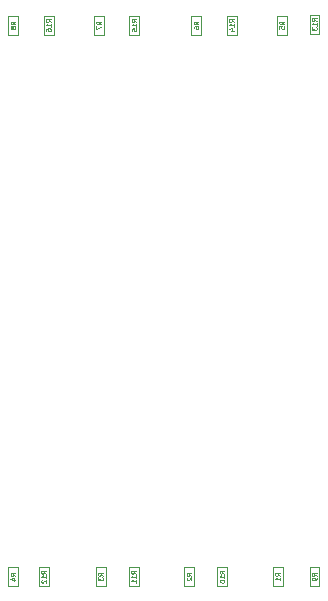
<source format=gbr>
%TF.GenerationSoftware,KiCad,Pcbnew,9.0.0*%
%TF.CreationDate,2025-04-13T20:44:06+03:30*%
%TF.ProjectId,DotMatrix,446f744d-6174-4726-9978-2e6b69636164,rev?*%
%TF.SameCoordinates,Original*%
%TF.FileFunction,AssemblyDrawing,Bot*%
%FSLAX46Y46*%
G04 Gerber Fmt 4.6, Leading zero omitted, Abs format (unit mm)*
G04 Created by KiCad (PCBNEW 9.0.0) date 2025-04-13 20:44:06*
%MOMM*%
%LPD*%
G01*
G04 APERTURE LIST*
%ADD10C,0.060000*%
%ADD11C,0.100000*%
G04 APERTURE END LIST*
D10*
X129681927Y-118633333D02*
X129491451Y-118500000D01*
X129681927Y-118404762D02*
X129281927Y-118404762D01*
X129281927Y-118404762D02*
X129281927Y-118557143D01*
X129281927Y-118557143D02*
X129300975Y-118595238D01*
X129300975Y-118595238D02*
X129320022Y-118614285D01*
X129320022Y-118614285D02*
X129358118Y-118633333D01*
X129358118Y-118633333D02*
X129415260Y-118633333D01*
X129415260Y-118633333D02*
X129453356Y-118614285D01*
X129453356Y-118614285D02*
X129472403Y-118595238D01*
X129472403Y-118595238D02*
X129491451Y-118557143D01*
X129491451Y-118557143D02*
X129491451Y-118404762D01*
X129415260Y-118976190D02*
X129681927Y-118976190D01*
X129262880Y-118880952D02*
X129548594Y-118785714D01*
X129548594Y-118785714D02*
X129548594Y-119033333D01*
X148181927Y-71742857D02*
X147991451Y-71609524D01*
X148181927Y-71514286D02*
X147781927Y-71514286D01*
X147781927Y-71514286D02*
X147781927Y-71666667D01*
X147781927Y-71666667D02*
X147800975Y-71704762D01*
X147800975Y-71704762D02*
X147820022Y-71723809D01*
X147820022Y-71723809D02*
X147858118Y-71742857D01*
X147858118Y-71742857D02*
X147915260Y-71742857D01*
X147915260Y-71742857D02*
X147953356Y-71723809D01*
X147953356Y-71723809D02*
X147972403Y-71704762D01*
X147972403Y-71704762D02*
X147991451Y-71666667D01*
X147991451Y-71666667D02*
X147991451Y-71514286D01*
X148181927Y-72123809D02*
X148181927Y-71895238D01*
X148181927Y-72009524D02*
X147781927Y-72009524D01*
X147781927Y-72009524D02*
X147839070Y-71971428D01*
X147839070Y-71971428D02*
X147877165Y-71933333D01*
X147877165Y-71933333D02*
X147896213Y-71895238D01*
X147915260Y-72466666D02*
X148181927Y-72466666D01*
X147762880Y-72371428D02*
X148048594Y-72276190D01*
X148048594Y-72276190D02*
X148048594Y-72523809D01*
X129681927Y-71933333D02*
X129491451Y-71800000D01*
X129681927Y-71704762D02*
X129281927Y-71704762D01*
X129281927Y-71704762D02*
X129281927Y-71857143D01*
X129281927Y-71857143D02*
X129300975Y-71895238D01*
X129300975Y-71895238D02*
X129320022Y-71914285D01*
X129320022Y-71914285D02*
X129358118Y-71933333D01*
X129358118Y-71933333D02*
X129415260Y-71933333D01*
X129415260Y-71933333D02*
X129453356Y-71914285D01*
X129453356Y-71914285D02*
X129472403Y-71895238D01*
X129472403Y-71895238D02*
X129491451Y-71857143D01*
X129491451Y-71857143D02*
X129491451Y-71704762D01*
X129453356Y-72161904D02*
X129434308Y-72123809D01*
X129434308Y-72123809D02*
X129415260Y-72104762D01*
X129415260Y-72104762D02*
X129377165Y-72085714D01*
X129377165Y-72085714D02*
X129358118Y-72085714D01*
X129358118Y-72085714D02*
X129320022Y-72104762D01*
X129320022Y-72104762D02*
X129300975Y-72123809D01*
X129300975Y-72123809D02*
X129281927Y-72161904D01*
X129281927Y-72161904D02*
X129281927Y-72238095D01*
X129281927Y-72238095D02*
X129300975Y-72276190D01*
X129300975Y-72276190D02*
X129320022Y-72295238D01*
X129320022Y-72295238D02*
X129358118Y-72314285D01*
X129358118Y-72314285D02*
X129377165Y-72314285D01*
X129377165Y-72314285D02*
X129415260Y-72295238D01*
X129415260Y-72295238D02*
X129434308Y-72276190D01*
X129434308Y-72276190D02*
X129453356Y-72238095D01*
X129453356Y-72238095D02*
X129453356Y-72161904D01*
X129453356Y-72161904D02*
X129472403Y-72123809D01*
X129472403Y-72123809D02*
X129491451Y-72104762D01*
X129491451Y-72104762D02*
X129529546Y-72085714D01*
X129529546Y-72085714D02*
X129605737Y-72085714D01*
X129605737Y-72085714D02*
X129643832Y-72104762D01*
X129643832Y-72104762D02*
X129662880Y-72123809D01*
X129662880Y-72123809D02*
X129681927Y-72161904D01*
X129681927Y-72161904D02*
X129681927Y-72238095D01*
X129681927Y-72238095D02*
X129662880Y-72276190D01*
X129662880Y-72276190D02*
X129643832Y-72295238D01*
X129643832Y-72295238D02*
X129605737Y-72314285D01*
X129605737Y-72314285D02*
X129529546Y-72314285D01*
X129529546Y-72314285D02*
X129491451Y-72295238D01*
X129491451Y-72295238D02*
X129472403Y-72276190D01*
X129472403Y-72276190D02*
X129453356Y-72238095D01*
X144581927Y-118633333D02*
X144391451Y-118500000D01*
X144581927Y-118404762D02*
X144181927Y-118404762D01*
X144181927Y-118404762D02*
X144181927Y-118557143D01*
X144181927Y-118557143D02*
X144200975Y-118595238D01*
X144200975Y-118595238D02*
X144220022Y-118614285D01*
X144220022Y-118614285D02*
X144258118Y-118633333D01*
X144258118Y-118633333D02*
X144315260Y-118633333D01*
X144315260Y-118633333D02*
X144353356Y-118614285D01*
X144353356Y-118614285D02*
X144372403Y-118595238D01*
X144372403Y-118595238D02*
X144391451Y-118557143D01*
X144391451Y-118557143D02*
X144391451Y-118404762D01*
X144220022Y-118785714D02*
X144200975Y-118804762D01*
X144200975Y-118804762D02*
X144181927Y-118842857D01*
X144181927Y-118842857D02*
X144181927Y-118938095D01*
X144181927Y-118938095D02*
X144200975Y-118976190D01*
X144200975Y-118976190D02*
X144220022Y-118995238D01*
X144220022Y-118995238D02*
X144258118Y-119014285D01*
X144258118Y-119014285D02*
X144296213Y-119014285D01*
X144296213Y-119014285D02*
X144353356Y-118995238D01*
X144353356Y-118995238D02*
X144581927Y-118766666D01*
X144581927Y-118766666D02*
X144581927Y-119014285D01*
X152081927Y-118633333D02*
X151891451Y-118500000D01*
X152081927Y-118404762D02*
X151681927Y-118404762D01*
X151681927Y-118404762D02*
X151681927Y-118557143D01*
X151681927Y-118557143D02*
X151700975Y-118595238D01*
X151700975Y-118595238D02*
X151720022Y-118614285D01*
X151720022Y-118614285D02*
X151758118Y-118633333D01*
X151758118Y-118633333D02*
X151815260Y-118633333D01*
X151815260Y-118633333D02*
X151853356Y-118614285D01*
X151853356Y-118614285D02*
X151872403Y-118595238D01*
X151872403Y-118595238D02*
X151891451Y-118557143D01*
X151891451Y-118557143D02*
X151891451Y-118404762D01*
X152081927Y-119014285D02*
X152081927Y-118785714D01*
X152081927Y-118900000D02*
X151681927Y-118900000D01*
X151681927Y-118900000D02*
X151739070Y-118861904D01*
X151739070Y-118861904D02*
X151777165Y-118823809D01*
X151777165Y-118823809D02*
X151796213Y-118785714D01*
X136931927Y-71933333D02*
X136741451Y-71800000D01*
X136931927Y-71704762D02*
X136531927Y-71704762D01*
X136531927Y-71704762D02*
X136531927Y-71857143D01*
X136531927Y-71857143D02*
X136550975Y-71895238D01*
X136550975Y-71895238D02*
X136570022Y-71914285D01*
X136570022Y-71914285D02*
X136608118Y-71933333D01*
X136608118Y-71933333D02*
X136665260Y-71933333D01*
X136665260Y-71933333D02*
X136703356Y-71914285D01*
X136703356Y-71914285D02*
X136722403Y-71895238D01*
X136722403Y-71895238D02*
X136741451Y-71857143D01*
X136741451Y-71857143D02*
X136741451Y-71704762D01*
X136531927Y-72066666D02*
X136531927Y-72333333D01*
X136531927Y-72333333D02*
X136931927Y-72161904D01*
X137081927Y-118633333D02*
X136891451Y-118500000D01*
X137081927Y-118404762D02*
X136681927Y-118404762D01*
X136681927Y-118404762D02*
X136681927Y-118557143D01*
X136681927Y-118557143D02*
X136700975Y-118595238D01*
X136700975Y-118595238D02*
X136720022Y-118614285D01*
X136720022Y-118614285D02*
X136758118Y-118633333D01*
X136758118Y-118633333D02*
X136815260Y-118633333D01*
X136815260Y-118633333D02*
X136853356Y-118614285D01*
X136853356Y-118614285D02*
X136872403Y-118595238D01*
X136872403Y-118595238D02*
X136891451Y-118557143D01*
X136891451Y-118557143D02*
X136891451Y-118404762D01*
X136681927Y-118766666D02*
X136681927Y-119014285D01*
X136681927Y-119014285D02*
X136834308Y-118880952D01*
X136834308Y-118880952D02*
X136834308Y-118938095D01*
X136834308Y-118938095D02*
X136853356Y-118976190D01*
X136853356Y-118976190D02*
X136872403Y-118995238D01*
X136872403Y-118995238D02*
X136910499Y-119014285D01*
X136910499Y-119014285D02*
X137005737Y-119014285D01*
X137005737Y-119014285D02*
X137043832Y-118995238D01*
X137043832Y-118995238D02*
X137062880Y-118976190D01*
X137062880Y-118976190D02*
X137081927Y-118938095D01*
X137081927Y-118938095D02*
X137081927Y-118823809D01*
X137081927Y-118823809D02*
X137062880Y-118785714D01*
X137062880Y-118785714D02*
X137043832Y-118766666D01*
X145181927Y-71933333D02*
X144991451Y-71800000D01*
X145181927Y-71704762D02*
X144781927Y-71704762D01*
X144781927Y-71704762D02*
X144781927Y-71857143D01*
X144781927Y-71857143D02*
X144800975Y-71895238D01*
X144800975Y-71895238D02*
X144820022Y-71914285D01*
X144820022Y-71914285D02*
X144858118Y-71933333D01*
X144858118Y-71933333D02*
X144915260Y-71933333D01*
X144915260Y-71933333D02*
X144953356Y-71914285D01*
X144953356Y-71914285D02*
X144972403Y-71895238D01*
X144972403Y-71895238D02*
X144991451Y-71857143D01*
X144991451Y-71857143D02*
X144991451Y-71704762D01*
X144781927Y-72276190D02*
X144781927Y-72200000D01*
X144781927Y-72200000D02*
X144800975Y-72161904D01*
X144800975Y-72161904D02*
X144820022Y-72142857D01*
X144820022Y-72142857D02*
X144877165Y-72104762D01*
X144877165Y-72104762D02*
X144953356Y-72085714D01*
X144953356Y-72085714D02*
X145105737Y-72085714D01*
X145105737Y-72085714D02*
X145143832Y-72104762D01*
X145143832Y-72104762D02*
X145162880Y-72123809D01*
X145162880Y-72123809D02*
X145181927Y-72161904D01*
X145181927Y-72161904D02*
X145181927Y-72238095D01*
X145181927Y-72238095D02*
X145162880Y-72276190D01*
X145162880Y-72276190D02*
X145143832Y-72295238D01*
X145143832Y-72295238D02*
X145105737Y-72314285D01*
X145105737Y-72314285D02*
X145010499Y-72314285D01*
X145010499Y-72314285D02*
X144972403Y-72295238D01*
X144972403Y-72295238D02*
X144953356Y-72276190D01*
X144953356Y-72276190D02*
X144934308Y-72238095D01*
X144934308Y-72238095D02*
X144934308Y-72161904D01*
X144934308Y-72161904D02*
X144953356Y-72123809D01*
X144953356Y-72123809D02*
X144972403Y-72104762D01*
X144972403Y-72104762D02*
X145010499Y-72085714D01*
X132681927Y-71742857D02*
X132491451Y-71609524D01*
X132681927Y-71514286D02*
X132281927Y-71514286D01*
X132281927Y-71514286D02*
X132281927Y-71666667D01*
X132281927Y-71666667D02*
X132300975Y-71704762D01*
X132300975Y-71704762D02*
X132320022Y-71723809D01*
X132320022Y-71723809D02*
X132358118Y-71742857D01*
X132358118Y-71742857D02*
X132415260Y-71742857D01*
X132415260Y-71742857D02*
X132453356Y-71723809D01*
X132453356Y-71723809D02*
X132472403Y-71704762D01*
X132472403Y-71704762D02*
X132491451Y-71666667D01*
X132491451Y-71666667D02*
X132491451Y-71514286D01*
X132681927Y-72123809D02*
X132681927Y-71895238D01*
X132681927Y-72009524D02*
X132281927Y-72009524D01*
X132281927Y-72009524D02*
X132339070Y-71971428D01*
X132339070Y-71971428D02*
X132377165Y-71933333D01*
X132377165Y-71933333D02*
X132396213Y-71895238D01*
X132281927Y-72466666D02*
X132281927Y-72390476D01*
X132281927Y-72390476D02*
X132300975Y-72352380D01*
X132300975Y-72352380D02*
X132320022Y-72333333D01*
X132320022Y-72333333D02*
X132377165Y-72295238D01*
X132377165Y-72295238D02*
X132453356Y-72276190D01*
X132453356Y-72276190D02*
X132605737Y-72276190D01*
X132605737Y-72276190D02*
X132643832Y-72295238D01*
X132643832Y-72295238D02*
X132662880Y-72314285D01*
X132662880Y-72314285D02*
X132681927Y-72352380D01*
X132681927Y-72352380D02*
X132681927Y-72428571D01*
X132681927Y-72428571D02*
X132662880Y-72466666D01*
X132662880Y-72466666D02*
X132643832Y-72485714D01*
X132643832Y-72485714D02*
X132605737Y-72504761D01*
X132605737Y-72504761D02*
X132510499Y-72504761D01*
X132510499Y-72504761D02*
X132472403Y-72485714D01*
X132472403Y-72485714D02*
X132453356Y-72466666D01*
X132453356Y-72466666D02*
X132434308Y-72428571D01*
X132434308Y-72428571D02*
X132434308Y-72352380D01*
X132434308Y-72352380D02*
X132453356Y-72314285D01*
X132453356Y-72314285D02*
X132472403Y-72295238D01*
X132472403Y-72295238D02*
X132510499Y-72276190D01*
X152431927Y-71933333D02*
X152241451Y-71800000D01*
X152431927Y-71704762D02*
X152031927Y-71704762D01*
X152031927Y-71704762D02*
X152031927Y-71857143D01*
X152031927Y-71857143D02*
X152050975Y-71895238D01*
X152050975Y-71895238D02*
X152070022Y-71914285D01*
X152070022Y-71914285D02*
X152108118Y-71933333D01*
X152108118Y-71933333D02*
X152165260Y-71933333D01*
X152165260Y-71933333D02*
X152203356Y-71914285D01*
X152203356Y-71914285D02*
X152222403Y-71895238D01*
X152222403Y-71895238D02*
X152241451Y-71857143D01*
X152241451Y-71857143D02*
X152241451Y-71704762D01*
X152031927Y-72295238D02*
X152031927Y-72104762D01*
X152031927Y-72104762D02*
X152222403Y-72085714D01*
X152222403Y-72085714D02*
X152203356Y-72104762D01*
X152203356Y-72104762D02*
X152184308Y-72142857D01*
X152184308Y-72142857D02*
X152184308Y-72238095D01*
X152184308Y-72238095D02*
X152203356Y-72276190D01*
X152203356Y-72276190D02*
X152222403Y-72295238D01*
X152222403Y-72295238D02*
X152260499Y-72314285D01*
X152260499Y-72314285D02*
X152355737Y-72314285D01*
X152355737Y-72314285D02*
X152393832Y-72295238D01*
X152393832Y-72295238D02*
X152412880Y-72276190D01*
X152412880Y-72276190D02*
X152431927Y-72238095D01*
X152431927Y-72238095D02*
X152431927Y-72142857D01*
X152431927Y-72142857D02*
X152412880Y-72104762D01*
X152412880Y-72104762D02*
X152393832Y-72085714D01*
X139931927Y-71742857D02*
X139741451Y-71609524D01*
X139931927Y-71514286D02*
X139531927Y-71514286D01*
X139531927Y-71514286D02*
X139531927Y-71666667D01*
X139531927Y-71666667D02*
X139550975Y-71704762D01*
X139550975Y-71704762D02*
X139570022Y-71723809D01*
X139570022Y-71723809D02*
X139608118Y-71742857D01*
X139608118Y-71742857D02*
X139665260Y-71742857D01*
X139665260Y-71742857D02*
X139703356Y-71723809D01*
X139703356Y-71723809D02*
X139722403Y-71704762D01*
X139722403Y-71704762D02*
X139741451Y-71666667D01*
X139741451Y-71666667D02*
X139741451Y-71514286D01*
X139931927Y-72123809D02*
X139931927Y-71895238D01*
X139931927Y-72009524D02*
X139531927Y-72009524D01*
X139531927Y-72009524D02*
X139589070Y-71971428D01*
X139589070Y-71971428D02*
X139627165Y-71933333D01*
X139627165Y-71933333D02*
X139646213Y-71895238D01*
X139531927Y-72485714D02*
X139531927Y-72295238D01*
X139531927Y-72295238D02*
X139722403Y-72276190D01*
X139722403Y-72276190D02*
X139703356Y-72295238D01*
X139703356Y-72295238D02*
X139684308Y-72333333D01*
X139684308Y-72333333D02*
X139684308Y-72428571D01*
X139684308Y-72428571D02*
X139703356Y-72466666D01*
X139703356Y-72466666D02*
X139722403Y-72485714D01*
X139722403Y-72485714D02*
X139760499Y-72504761D01*
X139760499Y-72504761D02*
X139855737Y-72504761D01*
X139855737Y-72504761D02*
X139893832Y-72485714D01*
X139893832Y-72485714D02*
X139912880Y-72466666D01*
X139912880Y-72466666D02*
X139931927Y-72428571D01*
X139931927Y-72428571D02*
X139931927Y-72333333D01*
X139931927Y-72333333D02*
X139912880Y-72295238D01*
X139912880Y-72295238D02*
X139893832Y-72276190D01*
X139881927Y-118442857D02*
X139691451Y-118309524D01*
X139881927Y-118214286D02*
X139481927Y-118214286D01*
X139481927Y-118214286D02*
X139481927Y-118366667D01*
X139481927Y-118366667D02*
X139500975Y-118404762D01*
X139500975Y-118404762D02*
X139520022Y-118423809D01*
X139520022Y-118423809D02*
X139558118Y-118442857D01*
X139558118Y-118442857D02*
X139615260Y-118442857D01*
X139615260Y-118442857D02*
X139653356Y-118423809D01*
X139653356Y-118423809D02*
X139672403Y-118404762D01*
X139672403Y-118404762D02*
X139691451Y-118366667D01*
X139691451Y-118366667D02*
X139691451Y-118214286D01*
X139881927Y-118823809D02*
X139881927Y-118595238D01*
X139881927Y-118709524D02*
X139481927Y-118709524D01*
X139481927Y-118709524D02*
X139539070Y-118671428D01*
X139539070Y-118671428D02*
X139577165Y-118633333D01*
X139577165Y-118633333D02*
X139596213Y-118595238D01*
X139881927Y-119204761D02*
X139881927Y-118976190D01*
X139881927Y-119090476D02*
X139481927Y-119090476D01*
X139481927Y-119090476D02*
X139539070Y-119052380D01*
X139539070Y-119052380D02*
X139577165Y-119014285D01*
X139577165Y-119014285D02*
X139596213Y-118976190D01*
X132281927Y-118442857D02*
X132091451Y-118309524D01*
X132281927Y-118214286D02*
X131881927Y-118214286D01*
X131881927Y-118214286D02*
X131881927Y-118366667D01*
X131881927Y-118366667D02*
X131900975Y-118404762D01*
X131900975Y-118404762D02*
X131920022Y-118423809D01*
X131920022Y-118423809D02*
X131958118Y-118442857D01*
X131958118Y-118442857D02*
X132015260Y-118442857D01*
X132015260Y-118442857D02*
X132053356Y-118423809D01*
X132053356Y-118423809D02*
X132072403Y-118404762D01*
X132072403Y-118404762D02*
X132091451Y-118366667D01*
X132091451Y-118366667D02*
X132091451Y-118214286D01*
X132281927Y-118823809D02*
X132281927Y-118595238D01*
X132281927Y-118709524D02*
X131881927Y-118709524D01*
X131881927Y-118709524D02*
X131939070Y-118671428D01*
X131939070Y-118671428D02*
X131977165Y-118633333D01*
X131977165Y-118633333D02*
X131996213Y-118595238D01*
X131920022Y-118976190D02*
X131900975Y-118995238D01*
X131900975Y-118995238D02*
X131881927Y-119033333D01*
X131881927Y-119033333D02*
X131881927Y-119128571D01*
X131881927Y-119128571D02*
X131900975Y-119166666D01*
X131900975Y-119166666D02*
X131920022Y-119185714D01*
X131920022Y-119185714D02*
X131958118Y-119204761D01*
X131958118Y-119204761D02*
X131996213Y-119204761D01*
X131996213Y-119204761D02*
X132053356Y-119185714D01*
X132053356Y-119185714D02*
X132281927Y-118957142D01*
X132281927Y-118957142D02*
X132281927Y-119204761D01*
X155181927Y-71667857D02*
X154991451Y-71534524D01*
X155181927Y-71439286D02*
X154781927Y-71439286D01*
X154781927Y-71439286D02*
X154781927Y-71591667D01*
X154781927Y-71591667D02*
X154800975Y-71629762D01*
X154800975Y-71629762D02*
X154820022Y-71648809D01*
X154820022Y-71648809D02*
X154858118Y-71667857D01*
X154858118Y-71667857D02*
X154915260Y-71667857D01*
X154915260Y-71667857D02*
X154953356Y-71648809D01*
X154953356Y-71648809D02*
X154972403Y-71629762D01*
X154972403Y-71629762D02*
X154991451Y-71591667D01*
X154991451Y-71591667D02*
X154991451Y-71439286D01*
X155181927Y-72048809D02*
X155181927Y-71820238D01*
X155181927Y-71934524D02*
X154781927Y-71934524D01*
X154781927Y-71934524D02*
X154839070Y-71896428D01*
X154839070Y-71896428D02*
X154877165Y-71858333D01*
X154877165Y-71858333D02*
X154896213Y-71820238D01*
X154781927Y-72182142D02*
X154781927Y-72429761D01*
X154781927Y-72429761D02*
X154934308Y-72296428D01*
X154934308Y-72296428D02*
X154934308Y-72353571D01*
X154934308Y-72353571D02*
X154953356Y-72391666D01*
X154953356Y-72391666D02*
X154972403Y-72410714D01*
X154972403Y-72410714D02*
X155010499Y-72429761D01*
X155010499Y-72429761D02*
X155105737Y-72429761D01*
X155105737Y-72429761D02*
X155143832Y-72410714D01*
X155143832Y-72410714D02*
X155162880Y-72391666D01*
X155162880Y-72391666D02*
X155181927Y-72353571D01*
X155181927Y-72353571D02*
X155181927Y-72239285D01*
X155181927Y-72239285D02*
X155162880Y-72201190D01*
X155162880Y-72201190D02*
X155143832Y-72182142D01*
X155181927Y-118633333D02*
X154991451Y-118500000D01*
X155181927Y-118404762D02*
X154781927Y-118404762D01*
X154781927Y-118404762D02*
X154781927Y-118557143D01*
X154781927Y-118557143D02*
X154800975Y-118595238D01*
X154800975Y-118595238D02*
X154820022Y-118614285D01*
X154820022Y-118614285D02*
X154858118Y-118633333D01*
X154858118Y-118633333D02*
X154915260Y-118633333D01*
X154915260Y-118633333D02*
X154953356Y-118614285D01*
X154953356Y-118614285D02*
X154972403Y-118595238D01*
X154972403Y-118595238D02*
X154991451Y-118557143D01*
X154991451Y-118557143D02*
X154991451Y-118404762D01*
X155181927Y-118823809D02*
X155181927Y-118900000D01*
X155181927Y-118900000D02*
X155162880Y-118938095D01*
X155162880Y-118938095D02*
X155143832Y-118957143D01*
X155143832Y-118957143D02*
X155086689Y-118995238D01*
X155086689Y-118995238D02*
X155010499Y-119014285D01*
X155010499Y-119014285D02*
X154858118Y-119014285D01*
X154858118Y-119014285D02*
X154820022Y-118995238D01*
X154820022Y-118995238D02*
X154800975Y-118976190D01*
X154800975Y-118976190D02*
X154781927Y-118938095D01*
X154781927Y-118938095D02*
X154781927Y-118861904D01*
X154781927Y-118861904D02*
X154800975Y-118823809D01*
X154800975Y-118823809D02*
X154820022Y-118804762D01*
X154820022Y-118804762D02*
X154858118Y-118785714D01*
X154858118Y-118785714D02*
X154953356Y-118785714D01*
X154953356Y-118785714D02*
X154991451Y-118804762D01*
X154991451Y-118804762D02*
X155010499Y-118823809D01*
X155010499Y-118823809D02*
X155029546Y-118861904D01*
X155029546Y-118861904D02*
X155029546Y-118938095D01*
X155029546Y-118938095D02*
X155010499Y-118976190D01*
X155010499Y-118976190D02*
X154991451Y-118995238D01*
X154991451Y-118995238D02*
X154953356Y-119014285D01*
X147381927Y-118442857D02*
X147191451Y-118309524D01*
X147381927Y-118214286D02*
X146981927Y-118214286D01*
X146981927Y-118214286D02*
X146981927Y-118366667D01*
X146981927Y-118366667D02*
X147000975Y-118404762D01*
X147000975Y-118404762D02*
X147020022Y-118423809D01*
X147020022Y-118423809D02*
X147058118Y-118442857D01*
X147058118Y-118442857D02*
X147115260Y-118442857D01*
X147115260Y-118442857D02*
X147153356Y-118423809D01*
X147153356Y-118423809D02*
X147172403Y-118404762D01*
X147172403Y-118404762D02*
X147191451Y-118366667D01*
X147191451Y-118366667D02*
X147191451Y-118214286D01*
X147381927Y-118823809D02*
X147381927Y-118595238D01*
X147381927Y-118709524D02*
X146981927Y-118709524D01*
X146981927Y-118709524D02*
X147039070Y-118671428D01*
X147039070Y-118671428D02*
X147077165Y-118633333D01*
X147077165Y-118633333D02*
X147096213Y-118595238D01*
X146981927Y-119071428D02*
X146981927Y-119109523D01*
X146981927Y-119109523D02*
X147000975Y-119147619D01*
X147000975Y-119147619D02*
X147020022Y-119166666D01*
X147020022Y-119166666D02*
X147058118Y-119185714D01*
X147058118Y-119185714D02*
X147134308Y-119204761D01*
X147134308Y-119204761D02*
X147229546Y-119204761D01*
X147229546Y-119204761D02*
X147305737Y-119185714D01*
X147305737Y-119185714D02*
X147343832Y-119166666D01*
X147343832Y-119166666D02*
X147362880Y-119147619D01*
X147362880Y-119147619D02*
X147381927Y-119109523D01*
X147381927Y-119109523D02*
X147381927Y-119071428D01*
X147381927Y-119071428D02*
X147362880Y-119033333D01*
X147362880Y-119033333D02*
X147343832Y-119014285D01*
X147343832Y-119014285D02*
X147305737Y-118995238D01*
X147305737Y-118995238D02*
X147229546Y-118976190D01*
X147229546Y-118976190D02*
X147134308Y-118976190D01*
X147134308Y-118976190D02*
X147058118Y-118995238D01*
X147058118Y-118995238D02*
X147020022Y-119014285D01*
X147020022Y-119014285D02*
X147000975Y-119033333D01*
X147000975Y-119033333D02*
X146981927Y-119071428D01*
D11*
%TO.C,R4*%
X129087500Y-117900000D02*
X129912500Y-117900000D01*
X129087500Y-119500000D02*
X129087500Y-117900000D01*
X129912500Y-117900000D02*
X129912500Y-119500000D01*
X129912500Y-119500000D02*
X129087500Y-119500000D01*
%TO.C,R14*%
X147587500Y-71200000D02*
X148412500Y-71200000D01*
X147587500Y-72800000D02*
X147587500Y-71200000D01*
X148412500Y-71200000D02*
X148412500Y-72800000D01*
X148412500Y-72800000D02*
X147587500Y-72800000D01*
%TO.C,R8*%
X129087500Y-71200000D02*
X129912500Y-71200000D01*
X129087500Y-72800000D02*
X129087500Y-71200000D01*
X129912500Y-71200000D02*
X129912500Y-72800000D01*
X129912500Y-72800000D02*
X129087500Y-72800000D01*
%TO.C,R2*%
X143987500Y-117900000D02*
X144812500Y-117900000D01*
X143987500Y-119500000D02*
X143987500Y-117900000D01*
X144812500Y-117900000D02*
X144812500Y-119500000D01*
X144812500Y-119500000D02*
X143987500Y-119500000D01*
%TO.C,R1*%
X151487500Y-117900000D02*
X152312500Y-117900000D01*
X151487500Y-119500000D02*
X151487500Y-117900000D01*
X152312500Y-117900000D02*
X152312500Y-119500000D01*
X152312500Y-119500000D02*
X151487500Y-119500000D01*
%TO.C,R7*%
X136337500Y-71200000D02*
X137162500Y-71200000D01*
X136337500Y-72800000D02*
X136337500Y-71200000D01*
X137162500Y-71200000D02*
X137162500Y-72800000D01*
X137162500Y-72800000D02*
X136337500Y-72800000D01*
%TO.C,R3*%
X136487500Y-117900000D02*
X137312500Y-117900000D01*
X136487500Y-119500000D02*
X136487500Y-117900000D01*
X137312500Y-117900000D02*
X137312500Y-119500000D01*
X137312500Y-119500000D02*
X136487500Y-119500000D01*
%TO.C,R6*%
X144587500Y-71200000D02*
X145412500Y-71200000D01*
X144587500Y-72800000D02*
X144587500Y-71200000D01*
X145412500Y-71200000D02*
X145412500Y-72800000D01*
X145412500Y-72800000D02*
X144587500Y-72800000D01*
%TO.C,R16*%
X132087500Y-71200000D02*
X132912500Y-71200000D01*
X132087500Y-72800000D02*
X132087500Y-71200000D01*
X132912500Y-71200000D02*
X132912500Y-72800000D01*
X132912500Y-72800000D02*
X132087500Y-72800000D01*
%TO.C,R5*%
X151837500Y-71200000D02*
X152662500Y-71200000D01*
X151837500Y-72800000D02*
X151837500Y-71200000D01*
X152662500Y-71200000D02*
X152662500Y-72800000D01*
X152662500Y-72800000D02*
X151837500Y-72800000D01*
%TO.C,R15*%
X139337500Y-71200000D02*
X140162500Y-71200000D01*
X139337500Y-72800000D02*
X139337500Y-71200000D01*
X140162500Y-71200000D02*
X140162500Y-72800000D01*
X140162500Y-72800000D02*
X139337500Y-72800000D01*
%TO.C,R11*%
X139287500Y-117900000D02*
X140112500Y-117900000D01*
X139287500Y-119500000D02*
X139287500Y-117900000D01*
X140112500Y-117900000D02*
X140112500Y-119500000D01*
X140112500Y-119500000D02*
X139287500Y-119500000D01*
%TO.C,R12*%
X131687500Y-117900000D02*
X132512500Y-117900000D01*
X131687500Y-119500000D02*
X131687500Y-117900000D01*
X132512500Y-117900000D02*
X132512500Y-119500000D01*
X132512500Y-119500000D02*
X131687500Y-119500000D01*
%TO.C,R13*%
X154587500Y-71125000D02*
X155412500Y-71125000D01*
X154587500Y-72725000D02*
X154587500Y-71125000D01*
X155412500Y-71125000D02*
X155412500Y-72725000D01*
X155412500Y-72725000D02*
X154587500Y-72725000D01*
%TO.C,R9*%
X154587500Y-117900000D02*
X155412500Y-117900000D01*
X154587500Y-119500000D02*
X154587500Y-117900000D01*
X155412500Y-117900000D02*
X155412500Y-119500000D01*
X155412500Y-119500000D02*
X154587500Y-119500000D01*
%TO.C,R10*%
X146787500Y-117900000D02*
X147612500Y-117900000D01*
X146787500Y-119500000D02*
X146787500Y-117900000D01*
X147612500Y-117900000D02*
X147612500Y-119500000D01*
X147612500Y-119500000D02*
X146787500Y-119500000D01*
%TD*%
M02*

</source>
